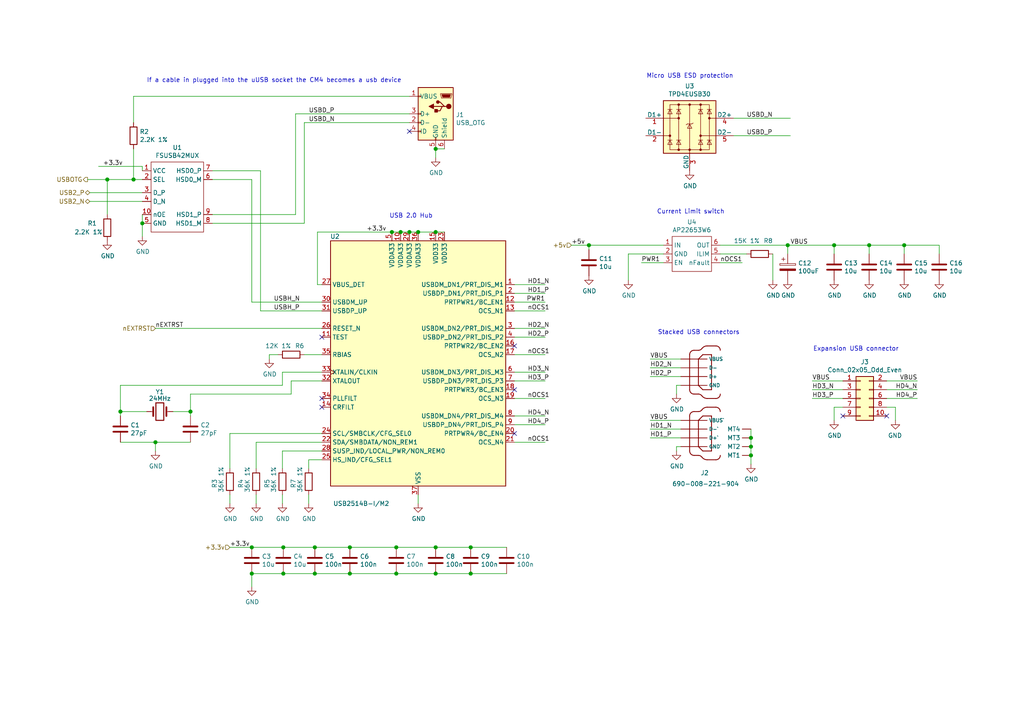
<source format=kicad_sch>
(kicad_sch (version 20231120) (generator "eeschema") (generator_version "8.0")
  (paper "A4")
  (title_block (title "CM4 Board Bare Minimum Requirements") (date "2024-10-25") (rev "0.1") (company "RapidAnalysis") (comment 1 "Author: Asad Imran"))
  (lib_symbols
    (symbol "CM4IO:AP2553W6"
      (property "Reference" "U" (at 3.81 -6.35 0))
      (property "Value" "AP2553W6" (at -3.81 -6.35 0))
      (symbol "AP2553W6_0_0"
        (pin power_in line (at -8.89 2.54 0) (length 2.54) (name "IN") (number "1"))
        (pin power_out line (at -8.89 0 0) (length 2.54) (name "GND") (number "2"))
        (pin input line (at -8.89 -2.54 0) (length 2.54) (name "EN") (number "3"))
        (pin open_collector line (at 7.62 -2.54 180) (length 2.54) (name "nFault") (number "4"))
        (pin passive line (at 7.62 0 180) (length 2.54) (name "ILIM") (number "5"))
        (pin power_out line (at 7.62 2.54 180) (length 2.54) (name "OUT") (number "6"))
      )
    )
    (symbol "CM4IO:FSUSB42MX"
      (property "Reference" "U" (at -7.62 20.32 0))
      (property "Value" "FSUSB42MX" (at -2.54 -2.54 0))
      (symbol "FSUSB42MX_0_0"
        (pin power_in line (at 8.89 16.51 180) (length 2.54) (name "VCC") (number "1"))
        (pin input line (at 8.89 3.81 180) (length 2.54) (name "nOE") (number "10"))
        (pin input line (at 8.89 13.97 180) (length 2.54) (name "SEL") (number "2"))
        (pin bidirectional line (at 8.89 10.16 180) (length 2.54) (name "D_P") (number "3"))
        (pin bidirectional line (at 8.89 7.62 180) (length 2.54) (name "D_N") (number "4"))
        (pin power_in line (at 8.89 1.27 180) (length 2.54) (name "GND") (number "5"))
        (pin bidirectional line (at -11.43 13.97 0) (length 2.54) (name "HSD0_M") (number "6"))
        (pin bidirectional line (at -11.43 16.51 0) (length 2.54) (name "HSD0_P") (number "7"))
        (pin bidirectional line (at -11.43 1.27 0) (length 2.54) (name "HSD1_M") (number "8"))
        (pin bidirectional line (at -11.43 3.81 0) (length 2.54) (name "HSD1_P") (number "9"))
      )
    )
    (symbol "CM4IO:TPD4EUSB30" (pin_names (offset 0))
      (property "Reference" "U" (at -0.635 8.89 0))
      (property "Value" "TPD4EUSB30" (at 8.89 -10.16 0))
      (symbol "TPD4EUSB30_1_1"
        (pin passive line (at -12.7 2.54 0) (length 5.08) (name "D1+") (number "1"))
        (pin passive line (at -12.7 2.54 0) (length 5.08) hide (name "~") (number "10"))
        (pin passive line (at -12.7 -2.54 0) (length 5.08) (name "D1-") (number "2"))
        (pin power_in line (at 0 -12.7 90) (length 5.08) (name "GND") (number "3"))
        (pin passive line (at 12.7 2.54 180) (length 5.08) (name "D2+") (number "4"))
        (pin passive line (at 12.7 -2.54 180) (length 5.08) (name "D2-") (number "5"))
        (pin passive line (at 12.7 -2.54 180) (length 5.08) hide (name "~") (number "6"))
        (pin passive line (at 12.7 2.54 180) (length 5.08) hide (name "~") (number "7"))
        (pin passive line (at 0 -12.7 90) (length 5.08) hide (name "GND") (number "8"))
        (pin passive line (at -12.7 -2.54 0) (length 5.08) hide (name "~") (number "9"))
      )
    )
    (symbol "CM4IO:USB_67298-4090" (pin_numbers hide)
      (property "Reference" "J" (at -5.08 21.6408 0))
      (property "Value" "USB_67298-4090" (at -5.08 -17.8054 0))
      (symbol "USB_67298-4090_0_0"
        (pin power_in line (at -7.62 -2.54 0) (length 7.62) (name "VBUS`") (number "1"))
        (pin passive line (at -7.62 -5.08 0) (length 7.62) (name "D-`") (number "2"))
        (pin passive line (at -7.62 -7.62 0) (length 7.62) (name "D+`") (number "3"))
        (pin power_in line (at -7.62 -10.16 0) (length 7.62) (name "GND`") (number "4"))
        (pin power_in line (at -7.62 15.24 0) (length 7.62) (name "VBUS") (number "5"))
        (pin passive line (at -7.62 12.7 0) (length 7.62) (name "D-") (number "6"))
        (pin passive line (at -7.62 10.16 0) (length 7.62) (name "D+") (number "7"))
        (pin power_in line (at -7.62 7.62 0) (length 7.62) (name "GND") (number "8"))
        (pin passive line (at 12.7 -12.7 180) (length 2.54) (name "MT1") (number "MT1"))
        (pin passive line (at 12.7 -10.16 180) (length 2.54) (name "MT2") (number "MT2"))
        (pin passive line (at 12.7 -7.62 180) (length 2.54) (name "MT3") (number "MT3"))
        (pin passive line (at 12.7 -5.08 180) (length 2.54) (name "MT4") (number "MT4"))
      )
    )
    (symbol "Connector:USB_OTG"
      (property "Reference" "J" (at -5.08 11.43 0))
      (property "Value" "USB_OTG" (at -5.08 8.89 0))
      (symbol "USB_OTG_1_1"
        (pin power_in line (at 7.62 5.08 180) (length 2.54) (name "VBUS") (number "1"))
        (pin passive line (at 7.62 -2.54 180) (length 2.54) (name "D-") (number "2"))
        (pin passive line (at 7.62 0 180) (length 2.54) (name "D+") (number "3"))
        (pin passive line (at 7.62 -5.08 180) (length 2.54) (name "ID") (number "4"))
        (pin power_in line (at 0 -10.16 90) (length 2.54) (name "GND") (number "5"))
        (pin passive line (at -2.54 -10.16 90) (length 2.54) (name "Shield") (number "6"))
      )
    )
    (symbol "Connector_Generic:Conn_02x05_Odd_Even" (pin_names hide)
      (property "Reference" "J" (at 1.27 7.62 0))
      (property "Value" "Conn_02x05_Odd_Even" (at 1.27 -7.62 0))
      (symbol "Conn_02x05_Odd_Even_1_1"
        (pin passive line (at -5.08 5.08 0) (length 3.81) (name "Pin_1") (number "1"))
        (pin passive line (at 7.62 -5.08 180) (length 3.81) (name "Pin_10") (number "10"))
        (pin passive line (at 7.62 5.08 180) (length 3.81) (name "Pin_2") (number "2"))
        (pin passive line (at -5.08 2.54 0) (length 3.81) (name "Pin_3") (number "3"))
        (pin passive line (at 7.62 2.54 180) (length 3.81) (name "Pin_4") (number "4"))
        (pin passive line (at -5.08 0 0) (length 3.81) (name "Pin_5") (number "5"))
        (pin passive line (at 7.62 0 180) (length 3.81) (name "Pin_6") (number "6"))
        (pin passive line (at -5.08 -2.54 0) (length 3.81) (name "Pin_7") (number "7"))
        (pin passive line (at 7.62 -2.54 180) (length 3.81) (name "Pin_8") (number "8"))
        (pin passive line (at -5.08 -5.08 0) (length 3.81) (name "Pin_9") (number "9"))
      )
    )
    (symbol "Device:C" (pin_numbers hide) (pin_names (offset 0.254))
      (property "Reference" "C" (at 0.635 2.54 0))
      (property "Value" "C" (at 0.635 -2.54 0))
      (symbol "C_1_1"
        (pin passive line (at 0 3.81 270) (length 2.794) (name "~") (number "1"))
        (pin passive line (at 0 -3.81 90) (length 2.794) (name "~") (number "2"))
      )
    )
    (symbol "Device:CP" (pin_numbers hide) (pin_names (offset 0.254))
      (property "Reference" "C" (at 0.635 2.54 0))
      (property "Value" "CP" (at 0.635 -2.54 0))
      (symbol "CP_1_1"
        (pin passive line (at 0 3.81 270) (length 2.794) (name "~") (number "1"))
        (pin passive line (at 0 -3.81 90) (length 2.794) (name "~") (number "2"))
      )
    )
    (symbol "Device:Crystal" (pin_numbers hide) (pin_names hide)
      (property "Reference" "Y" (at 0 3.81 0))
      (property "Value" "Crystal" (at 0 -3.81 0))
      (symbol "Crystal_1_1"
        (pin passive line (at -3.81 0 0) (length 1.27) (name "1") (number "1"))
        (pin passive line (at 3.81 0 180) (length 1.27) (name "2") (number "2"))
      )
    )
    (symbol "Device:R" (pin_numbers hide) (pin_names (offset 0))
      (property "Reference" "R" (at 2.032 0 90))
      (property "Value" "R" (at 0 0 90))
      (symbol "R_1_1"
        (pin passive line (at 0 3.81 270) (length 1.27) (name "~") (number "1"))
        (pin passive line (at 0 -3.81 90) (length 1.27) (name "~") (number "2"))
      )
    )
    (symbol "Interface_USB:USB2514B_Bi"
      (property "Reference" "U" (at -17.78 40.64 0))
      (property "Value" "USB2514B_Bi" (at -20.32 38.1 0))
      (symbol "USB2514B_Bi_1_1"
        (pin bidirectional line (at 27.94 22.86 180) (length 2.54) (name "USBDM_DN1/PRT_DIS_M1") (number "1"))
        (pin power_in line (at -5.08 38.1 270) (length 2.54) (name "VDDA33") (number "10"))
        (pin input line (at -27.94 7.62 0) (length 2.54) (name "TEST") (number "11"))
        (pin bidirectional line (at 27.94 17.78 180) (length 2.54) (name "PRTPWR1/BC_EN1") (number "12"))
        (pin input line (at 27.94 15.24 180) (length 2.54) (name "OCS_N1") (number "13"))
        (pin input line (at -27.94 -12.7 0) (length 2.54) (name "CRFILT") (number "14"))
        (pin power_in line (at 5.08 38.1 270) (length 2.54) (name "VDD33") (number "15"))
        (pin bidirectional line (at 27.94 5.08 180) (length 2.54) (name "PRTPWR2/BC_EN2") (number "16"))
        (pin input line (at 27.94 2.54 180) (length 2.54) (name "OCS_N2") (number "17"))
        (pin bidirectional line (at 27.94 -7.62 180) (length 2.54) (name "PRTPWR3/BC_EN3") (number "18"))
        (pin input line (at 27.94 -10.16 180) (length 2.54) (name "OCS_N3") (number "19"))
        (pin bidirectional line (at 27.94 20.32 180) (length 2.54) (name "USBDP_DN1/PRT_DIS_P1") (number "2"))
        (pin bidirectional line (at 27.94 -20.32 180) (length 2.54) (name "PRTPWR4/BC_EN4") (number "20"))
        (pin input line (at 27.94 -22.86 180) (length 2.54) (name "OCS_N4") (number "21"))
        (pin bidirectional line (at -27.94 -22.86 0) (length 2.54) (name "SDA/SMBDATA/NON_REM1") (number "22"))
        (pin power_in line (at 7.62 38.1 270) (length 2.54) (name "VDD33") (number "23"))
        (pin bidirectional line (at -27.94 -20.32 0) (length 2.54) (name "SCL/SMBCLK/CFG_SEL0") (number "24"))
        (pin bidirectional line (at -27.94 -27.94 0) (length 2.54) (name "HS_IND/CFG_SEL1") (number "25"))
        (pin input line (at -27.94 10.16 0) (length 2.54) (name "RESET_N") (number "26"))
        (pin input line (at -27.94 22.86 0) (length 2.54) (name "VBUS_DET") (number "27"))
        (pin bidirectional line (at -27.94 -25.4 0) (length 2.54) (name "SUSP_IND/LOCAL_PWR/NON_REM0") (number "28"))
        (pin power_in line (at -2.54 38.1 270) (length 2.54) (name "VDDA33") (number "29"))
        (pin bidirectional line (at 27.94 10.16 180) (length 2.54) (name "USBDM_DN2/PRT_DIS_M2") (number "3"))
        (pin bidirectional line (at -27.94 17.78 0) (length 2.54) (name "USBDM_UP") (number "30"))
        (pin bidirectional line (at -27.94 15.24 0) (length 2.54) (name "USBDP_UP") (number "31"))
        (pin output line (at -27.94 -5.08 0) (length 2.54) (name "XTALOUT") (number "32"))
        (pin input clock (at -27.94 -2.54 0) (length 2.54) (name "XTALIN/CLKIN") (number "33"))
        (pin input line (at -27.94 -10.16 0) (length 2.54) (name "PLLFILT") (number "34"))
        (pin input line (at -27.94 2.54 0) (length 2.54) (name "RBIAS") (number "35"))
        (pin power_in line (at 0 38.1 270) (length 2.54) (name "VDDA33") (number "36"))
        (pin power_in line (at 0 -38.1 90) (length 2.54) (name "VSS") (number "37"))
        (pin bidirectional line (at 27.94 7.62 180) (length 2.54) (name "USBDP_DN2/PRT_DIS_P2") (number "4"))
        (pin power_in line (at -7.62 38.1 270) (length 2.54) (name "VDDA33") (number "5"))
        (pin bidirectional line (at 27.94 -2.54 180) (length 2.54) (name "USBDM_DN3/PRT_DIS_M3") (number "6"))
        (pin bidirectional line (at 27.94 -5.08 180) (length 2.54) (name "USBDP_DN3/PRT_DIS_P3") (number "7"))
        (pin bidirectional line (at 27.94 -15.24 180) (length 2.54) (name "USBDM_DN4/PRT_DIS_M4") (number "8"))
        (pin bidirectional line (at 27.94 -17.78 180) (length 2.54) (name "USBDP_DN4/PRT_DIS_P4") (number "9"))
      )
    )
    (symbol "power:GND" (power) (pin_names (offset 0))
      (property "Value" "GND" (at 0 -3.81 0))
      (symbol "GND_1_1"
        (pin power_in line (at 0 0 270) (length 0) hide (name "GND") (number "1"))
      )
    )
  )
  (junction (at 41.275 64.77) (diameter 1.016))
  (junction (at 116.205 67.31) (diameter 1.016))
  (junction (at 136.525 158.75) (diameter 1.016))
  (junction (at 136.525 166.37) (diameter 1.016))
  (junction (at 91.313 166.37) (diameter 1.016))
  (junction (at 101.473 166.37) (diameter 1.016))
  (junction (at 217.805 129.54) (diameter 1.016))
  (junction (at 31.115 52.07) (diameter 1.016))
  (junction (at 73.025 158.75) (diameter 1.016))
  (junction (at 228.473 71.12) (diameter 1.016))
  (junction (at 126.365 166.37) (diameter 1.016))
  (junction (at 38.735 52.07) (diameter 1.016))
  (junction (at 114.935 166.37) (diameter 1.016))
  (junction (at 217.805 127) (diameter 1.016))
  (junction (at 241.935 71.12) (diameter 1.016))
  (junction (at 217.805 132.08) (diameter 1.016))
  (junction (at 252.095 71.12) (diameter 1.016))
  (junction (at 118.745 67.31) (diameter 1.016))
  (junction (at 73.025 166.37) (diameter 1.016))
  (junction (at 126.365 67.31) (diameter 1.016))
  (junction (at 170.815 71.12) (diameter 1.016))
  (junction (at 126.365 158.75) (diameter 1.016))
  (junction (at 82.169 166.37) (diameter 1.016))
  (junction (at 126.365 43.18) (diameter 1.016))
  (junction (at 55.245 119.38) (diameter 1.016))
  (junction (at 262.255 71.12) (diameter 1.016))
  (junction (at 34.925 119.38) (diameter 1.016))
  (junction (at 121.285 67.31) (diameter 1.016))
  (junction (at 113.665 67.31) (diameter 1.016))
  (junction (at 91.313 158.75) (diameter 1.016))
  (junction (at 82.169 158.75) (diameter 1.016))
  (junction (at 101.473 158.75) (diameter 1.016))
  (junction (at 114.935 158.75) (diameter 1.016))
  (junction (at 45.085 128.27) (diameter 1.016))
  (no_connect (at 93.345 97.79))
  (no_connect (at 149.225 125.73))
  (no_connect (at 257.175 120.65))
  (no_connect (at 149.225 113.03))
  (no_connect (at 93.345 115.57))
  (no_connect (at 93.345 118.11))
  (no_connect (at 118.745 38.1))
  (no_connect (at 149.225 100.33))
  (no_connect (at 244.475 120.65))
  (wire (pts (xy 93.345 110.49) (xy 84.455 110.49)))
  (wire (pts (xy 84.455 114.3) (xy 55.245 114.3)))
  (wire (pts (xy 61.595 52.07) (xy 73.025 52.07)))
  (wire (pts (xy 55.245 114.3) (xy 55.245 119.38)))
  (wire (pts (xy 26.035 55.88) (xy 41.275 55.88)))
  (wire (pts (xy 126.365 45.72) (xy 126.365 43.18)))
  (wire (pts (xy 252.095 71.12) (xy 252.095 73.66)))
  (wire (pts (xy 149.225 87.63) (xy 158.115 87.63)))
  (wire (pts (xy 82.169 166.37) (xy 91.313 166.37)))
  (wire (pts (xy 241.935 118.11) (xy 241.935 121.92)))
  (wire (pts (xy 136.525 166.37) (xy 146.939 166.37)))
  (wire (pts (xy 170.815 72.39) (xy 170.815 71.12)))
  (wire (pts (xy 66.675 135.89) (xy 66.675 125.73)))
  (wire (pts (xy 149.225 97.79) (xy 158.115 97.79)))
  (wire (pts (xy 208.915 76.2) (xy 215.265 76.2)))
  (wire (pts (xy 235.585 113.03) (xy 244.475 113.03)))
  (wire (pts (xy 25.4 52.07) (xy 31.115 52.07)))
  (wire (pts (xy 81.915 130.81) (xy 93.345 130.81)))
  (wire (pts (xy 136.525 158.75) (xy 146.939 158.75)))
  (wire (pts (xy 82.169 158.75) (xy 91.313 158.75)))
  (wire (pts (xy 272.415 73.66) (xy 272.415 71.12)))
  (wire (pts (xy 170.815 71.12) (xy 192.405 71.12)))
  (wire (pts (xy 186.055 76.2) (xy 192.405 76.2)))
  (wire (pts (xy 149.225 95.25) (xy 158.115 95.25)))
  (wire (pts (xy 26.035 58.42) (xy 41.275 58.42)))
  (wire (pts (xy 266.065 115.57) (xy 257.175 115.57)))
  (wire (pts (xy 149.225 115.57) (xy 158.115 115.57)))
  (wire (pts (xy 73.025 166.37) (xy 82.169 166.37)))
  (wire (pts (xy 126.365 166.37) (xy 136.525 166.37)))
  (wire (pts (xy 74.295 135.89) (xy 74.295 128.27)))
  (wire (pts (xy 149.225 102.87) (xy 158.115 102.87)))
  (wire (pts (xy 228.473 71.12) (xy 228.473 73.66)))
  (wire (pts (xy 121.285 143.51) (xy 121.285 146.05)))
  (wire (pts (xy 45.085 95.25) (xy 93.345 95.25)))
  (wire (pts (xy 34.925 128.27) (xy 45.085 128.27)))
  (wire (pts (xy 55.245 119.38) (xy 55.245 120.65)))
  (wire (pts (xy 262.255 71.12) (xy 272.415 71.12)))
  (wire (pts (xy 34.925 111.76) (xy 34.925 119.38)))
  (wire (pts (xy 81.915 107.95) (xy 93.345 107.95)))
  (wire (pts (xy 149.225 107.95) (xy 158.115 107.95)))
  (wire (pts (xy 45.085 128.27) (xy 45.085 130.81)))
  (wire (pts (xy 262.255 71.12) (xy 262.255 73.66)))
  (wire (pts (xy 75.565 90.17) (xy 93.345 90.17)))
  (wire (pts (xy 188.595 121.92) (xy 197.485 121.92)))
  (wire (pts (xy 85.725 33.02) (xy 118.745 33.02)))
  (wire (pts (xy 101.473 158.75) (xy 114.935 158.75)))
  (wire (pts (xy 197.485 111.76) (xy 196.215 111.76)))
  (wire (pts (xy 89.535 133.35) (xy 93.345 133.35)))
  (wire (pts (xy 121.285 67.31) (xy 126.365 67.31)))
  (wire (pts (xy 81.915 111.76) (xy 34.925 111.76)))
  (wire (pts (xy 38.735 43.18) (xy 38.735 52.07)))
  (wire (pts (xy 89.535 135.89) (xy 89.535 133.35)))
  (wire (pts (xy 113.665 67.31) (xy 116.205 67.31)))
  (wire (pts (xy 208.915 71.12) (xy 228.473 71.12)))
  (wire (pts (xy 228.473 71.12) (xy 241.935 71.12)))
  (wire (pts (xy 212.725 39.37) (xy 229.235 39.37)))
  (wire (pts (xy 188.595 109.22) (xy 197.485 109.22)))
  (wire (pts (xy 196.215 129.54) (xy 196.215 130.81)))
  (wire (pts (xy 149.225 85.09) (xy 158.115 85.09)))
  (wire (pts (xy 81.915 135.89) (xy 81.915 130.81)))
  (wire (pts (xy 73.025 52.07) (xy 73.025 87.63)))
  (wire (pts (xy 88.265 102.87) (xy 93.345 102.87)))
  (wire (pts (xy 91.313 166.37) (xy 101.473 166.37)))
  (wire (pts (xy 149.225 90.17) (xy 158.115 90.17)))
  (wire (pts (xy 149.225 120.65) (xy 158.115 120.65)))
  (wire (pts (xy 81.915 107.95) (xy 81.915 111.76)))
  (wire (pts (xy 212.725 34.29) (xy 229.235 34.29)))
  (wire (pts (xy 241.935 71.12) (xy 252.095 71.12)))
  (wire (pts (xy 61.595 64.77) (xy 88.265 64.77)))
  (wire (pts (xy 188.595 106.68) (xy 197.485 106.68)))
  (wire (pts (xy 66.675 143.51) (xy 66.675 146.05)))
  (wire (pts (xy 197.485 129.54) (xy 196.215 129.54)))
  (wire (pts (xy 75.565 49.53) (xy 75.565 90.17)))
  (wire (pts (xy 28.575 48.26) (xy 41.275 48.26)))
  (wire (pts (xy 114.935 166.37) (xy 126.365 166.37)))
  (wire (pts (xy 149.225 123.19) (xy 158.115 123.19)))
  (wire (pts (xy 89.535 143.51) (xy 89.535 146.05)))
  (wire (pts (xy 88.265 64.77) (xy 88.265 35.56)))
  (wire (pts (xy 241.935 118.11) (xy 244.475 118.11)))
  (wire (pts (xy 41.275 49.53) (xy 41.275 48.26)))
  (wire (pts (xy 66.675 125.73) (xy 93.345 125.73)))
  (wire (pts (xy 188.595 104.14) (xy 197.485 104.14)))
  (wire (pts (xy 217.805 124.46) (xy 217.805 127)))
  (wire (pts (xy 126.365 67.31) (xy 128.905 67.31)))
  (wire (pts (xy 61.595 62.23) (xy 85.725 62.23)))
  (wire (pts (xy 73.025 158.75) (xy 82.169 158.75)))
  (wire (pts (xy 34.925 120.65) (xy 34.925 119.38)))
  (wire (pts (xy 149.225 110.49) (xy 158.115 110.49)))
  (wire (pts (xy 91.313 158.75) (xy 101.473 158.75)))
  (wire (pts (xy 252.095 71.12) (xy 262.255 71.12)))
  (wire (pts (xy 41.275 52.07) (xy 38.735 52.07)))
  (wire (pts (xy 41.275 64.77) (xy 41.275 68.58)))
  (wire (pts (xy 88.265 35.56) (xy 118.745 35.56)))
  (wire (pts (xy 66.675 158.75) (xy 73.025 158.75)))
  (wire (pts (xy 126.365 43.18) (xy 128.905 43.18)))
  (wire (pts (xy 61.595 49.53) (xy 75.565 49.53)))
  (wire (pts (xy 38.735 35.56) (xy 38.735 27.94)))
  (wire (pts (xy 235.585 115.57) (xy 244.475 115.57)))
  (wire (pts (xy 45.085 128.27) (xy 55.245 128.27)))
  (wire (pts (xy 188.595 127) (xy 197.485 127)))
  (wire (pts (xy 259.715 118.11) (xy 259.715 121.92)))
  (wire (pts (xy 149.225 128.27) (xy 158.115 128.27)))
  (wire (pts (xy 101.473 166.37) (xy 114.935 166.37)))
  (wire (pts (xy 93.345 82.55) (xy 92.075 82.55)))
  (wire (pts (xy 41.275 62.23) (xy 41.275 64.77)))
  (wire (pts (xy 114.935 158.75) (xy 126.365 158.75)))
  (wire (pts (xy 93.345 87.63) (xy 73.025 87.63)))
  (wire (pts (xy 85.725 62.23) (xy 85.725 33.02)))
  (wire (pts (xy 38.735 27.94) (xy 118.745 27.94)))
  (wire (pts (xy 241.935 73.66) (xy 241.935 71.12)))
  (wire (pts (xy 217.805 132.08) (xy 217.805 134.62)))
  (wire (pts (xy 31.115 52.07) (xy 31.115 62.23)))
  (wire (pts (xy 217.805 127) (xy 217.805 129.54)))
  (wire (pts (xy 196.215 111.76) (xy 196.215 114.3)))
  (wire (pts (xy 192.405 73.66) (xy 182.245 73.66)))
  (wire (pts (xy 78.105 102.87) (xy 78.105 104.14)))
  (wire (pts (xy 165.735 71.12) (xy 170.815 71.12)))
  (wire (pts (xy 92.075 82.55) (xy 92.075 67.31)))
  (wire (pts (xy 126.365 158.75) (xy 136.525 158.75)))
  (wire (pts (xy 74.295 128.27) (xy 93.345 128.27)))
  (wire (pts (xy 84.455 110.49) (xy 84.455 114.3)))
  (wire (pts (xy 266.065 110.49) (xy 257.175 110.49)))
  (wire (pts (xy 188.595 124.46) (xy 197.485 124.46)))
  (wire (pts (xy 149.225 82.55) (xy 158.115 82.55)))
  (wire (pts (xy 116.205 67.31) (xy 118.745 67.31)))
  (wire (pts (xy 266.065 113.03) (xy 257.175 113.03)))
  (wire (pts (xy 257.175 118.11) (xy 259.715 118.11)))
  (wire (pts (xy 208.915 73.66) (xy 216.535 73.66)))
  (wire (pts (xy 182.245 73.66) (xy 182.245 81.28)))
  (wire (pts (xy 34.925 119.38) (xy 42.545 119.38)))
  (wire (pts (xy 80.645 102.87) (xy 78.105 102.87)))
  (wire (pts (xy 92.075 67.31) (xy 113.665 67.31)))
  (wire (pts (xy 81.915 143.51) (xy 81.915 146.05)))
  (wire (pts (xy 224.155 73.66) (xy 224.155 81.28)))
  (wire (pts (xy 235.585 110.49) (xy 244.475 110.49)))
  (wire (pts (xy 50.165 119.38) (xy 55.245 119.38)))
  (wire (pts (xy 74.295 143.51) (xy 74.295 146.05)))
  (wire (pts (xy 73.025 170.18) (xy 73.025 166.37)))
  (wire (pts (xy 38.735 52.07) (xy 31.115 52.07)))
  (wire (pts (xy 217.805 129.54) (xy 217.805 132.08)))
  (wire (pts (xy 118.745 67.31) (xy 121.285 67.31)))
  (text "Stacked USB connectors" (at 214.5538 97.2312 0) (effects (font (size 1.27 1.27)) (justify right bottom)))
  (text "Expansion USB connector" (at 260.7056 102.0318 0) (effects (font (size 1.27 1.27)) (justify right bottom)))
  (text "Current Limit switch" (at 210.185 62.23 0) (effects (font (size 1.27 1.27)) (justify right bottom)))
  (text "If a cable in plugged into the uUSB socket the CM4 becomes a usb device" (at 42.545 24.13 0) (effects (font (size 1.27 1.27)) (justify left bottom)))
  (text "USB 2.0 Hub" (at 125.5268 63.4492 0) (effects (font (size 1.27 1.27)) (justify right bottom)))
  (text "Micro USB ESD protection" (at 212.725 22.86 0) (effects (font (size 1.27 1.27)) (justify right bottom)))
  (label "VBUS" (at 188.595 104.14 0))
  (label "HD2_N" (at 188.595 106.68 0))
  (label "USBD_P" (at 89.535 33.02 0))
  (label "HD4_N" (at 153.035 120.65 0))
  (label "HD2_P" (at 188.595 109.22 0))
  (label "HD1_P" (at 188.595 127 0))
  (label "VBUS" (at 188.595 121.92 0))
  (label "USBD_P" (at 216.535 39.37 0))
  (label "nOCS1" (at 208.915 76.2 0))
  (label "HD3_P" (at 153.035 110.49 0))
  (label "+3.3v" (at 106.299 67.31 0))
  (label "HD1_N" (at 188.595 124.46 0))
  (label "USBH_P" (at 79.375 90.17 0))
  (label "HD3_N" (at 153.035 107.95 0))
  (label "PWR1" (at 186.055 76.2 0))
  (label "USBD_N" (at 89.535 35.56 0))
  (label "VBUS" (at 229.235 71.12 0))
  (label "HD3_P" (at 235.585 115.57 0))
  (label "+3.3v" (at 29.845 48.26 0))
  (label "nOCS1" (at 153.035 90.17 0))
  (label "HD2_N" (at 153.035 95.25 0))
  (label "nOCS1" (at 153.035 128.27 0))
  (label "nOCS1" (at 153.035 115.57 0))
  (label "nOCS1" (at 153.035 102.87 0))
  (label "HD2_P" (at 153.035 97.79 0))
  (label "+5v" (at 165.735 71.12 0))
  (label "+3.3v" (at 66.675 158.75 0))
  (label "nEXTRST" (at 45.085 95.25 0))
  (label "HD1_P" (at 153.035 85.09 0))
  (label "HD3_N" (at 235.585 113.03 0))
  (label "HD4_P" (at 153.035 123.19 0))
  (label "VBUS" (at 235.585 110.49 0))
  (label "PWR1" (at 158.115 87.63 180))
  (label "HD1_N" (at 153.035 82.55 0))
  (label "USBD_N" (at 216.535 34.29 0))
  (label "VBUS" (at 266.065 110.49 180))
  (label "USBH_N" (at 79.375 87.63 0))
  (label "HD4_P" (at 266.065 115.57 180))
  (label "HD4_N" (at 266.065 113.03 180))
  (hierarchical_label "+3.3v" (shape input) (at 66.675 158.75 180))
  (hierarchical_label "+5v" (shape input) (at 165.735 71.12 180))
  (hierarchical_label "nEXTRST" (shape input) (at 45.085 95.25 180))
  (hierarchical_label "USB2_N" (shape bidirectional) (at 26.035 58.42 180))
  (hierarchical_label "USBOTG" (shape output) (at 25.4 52.07 180))
  (hierarchical_label "USB2_P" (shape bidirectional) (at 26.035 55.88 180))
  (symbol (lib_id "power:GND") (at 41.275 68.58 0) (unit 1)
    (property "Reference" "#PWR02" (effects (hide yes)))
    (property "Value" "GND" (at 41.402 72.9742 0))
  )
  (symbol (lib_id "power:GND") (at 81.915 146.05 0) (unit 1)
    (property "Reference" "#PWR08" (effects (hide yes)))
    (property "Value" "GND" (at 82.042 150.4442 0))
  )
  (symbol (lib_id "Device:C") (at 136.525 162.56 0) (unit 1)
    (property "Reference" "C9" (at 139.446 161.3916 0) (effects (justify left)))
    (property "Value" "100n" (at 139.446 163.703 0) (effects (justify left)))
    (property "Footprint" "Capacitor_SMD:C_0402_1005Metric" (effects (hide yes)))
    (property "Datasheet" "https://search.murata.co.jp/Ceramy/image/img/A01X/G101/ENG/GRM155R71C104KA88-01.pdf" (effects (hide yes)))
    (property "Field4" "Farnell" (effects (hide yes)))
    (property "Field5" "2611911" (effects (hide yes)))
    (property "Field6" "RM EMK105 B7104KV-F" (effects (hide yes)))
    (property "Field7" "TAIYO YUDEN EUROPE GMBH" (effects (hide yes)))
    (property "Part Description" "	0.1uF 10% 16V Ceramic Capacitor X7R 0402 (1005 Metric)" (effects (hide yes)))
    (property "Field8" "110091611" (effects (hide yes)))
  )
  (symbol (lib_id "power:GND") (at 170.815 80.01 0) (unit 1)
    (property "Reference" "#PWR012" (effects (hide yes)))
    (property "Value" "GND" (at 170.942 84.4042 0))
  )
  (symbol (lib_id "power:GND") (at 196.215 130.81 0) (unit 1)
    (property "Reference" "#PWR015" (effects (hide yes)))
    (property "Value" "GND" (at 196.342 135.2042 0))
  )
  (symbol (lib_id "power:GND") (at 182.245 81.28 0) (unit 1)
    (property "Reference" "#PWR013" (effects (hide yes)))
    (property "Value" "GND" (at 182.372 85.6742 0))
  )
  (symbol (lib_id "Device:C") (at 34.925 124.46 0) (unit 1)
    (property "Reference" "C1" (at 37.846 123.2916 0) (effects (justify left)))
    (property "Value" "27pF" (at 37.846 125.603 0) (effects (justify left)))
    (property "Footprint" "Capacitor_SMD:C_0402_1005Metric" (effects (hide yes)))
    (property "Datasheet" "https://search.murata.co.jp/Ceramy/image/img/A01X/G101/ENG/GJM1555C1H270JB01-01.pdf" (effects (hide yes)))
    (property "Field8" "UCAP00738 " (effects (hide yes)))
    (property "Field5" "490-17672-1-ND" (effects (hide yes)))
    (property "Field6" "GJM1555C1H270JB01D" (effects (hide yes)))
    (property "Field7" "Murata" (effects (hide yes)))
    (property "Part Description" "	27pF 5% 50V Ceramic Capacitor C0G, NP0 0402 (1005 Metric)" (effects (hide yes)))
    (property "Field4" "Digikey" (effects (hide yes)))
  )
  (symbol (lib_id "Device:C") (at 73.025 162.56 0) (unit 1)
    (property "Reference" "C3" (at 75.946 161.3916 0) (effects (justify left)))
    (property "Value" "10u" (at 75.946 163.703 0) (effects (justify left)))
    (property "Footprint" "Capacitor_SMD:C_0805_2012Metric" (effects (hide yes)))
    (property "Datasheet" "https://search.murata.co.jp/Ceramy/image/img/A01X/G101/ENG/GRM21BR71A106KA73-01.pdf" (effects (hide yes)))
    (property "Field5" "490-14381-1-ND" (effects (hide yes)))
    (property "Field4" "Digikey" (effects (hide yes)))
    (property "Field6" "GRM21BR71A106KA73L" (effects (hide yes)))
    (property "Field7" "Murata" (effects (hide yes)))
    (property "Part Description" "	10uF 10% 10V Ceramic Capacitor X7R 0805 (2012 Metric)" (effects (hide yes)))
    (property "Field8" "111893011" (effects (hide yes)))
  )
  (symbol (lib_id "Device:R") (at 81.915 139.7 0) (unit 1)
    (property "Reference" "R5" (at 77.47 141.605 90) (effects (justify left)))
    (property "Value" "36K 1%" (at 79.375 142.875 90) (effects (justify left)))
    (property "Footprint" "Resistor_SMD:R_0402_1005Metric" (effects (hide yes)))
    (property "Datasheet" "https://fscdn.rohm.com/en/products/databook/datasheet/passive/resistor/chip_resistor/mcr-e.pdf" (effects (hide yes)))
    (property "Field4" "Farnell" (effects (hide yes)))
    (property "Field5" "1458788" (effects (hide yes)))
    (property "Field7" "Rohm" (effects (hide yes)))
    (property "Field6" "MCR01MZPF3602" (effects (hide yes)))
    (property "Part Description" "Resistor 36K M1005 1% 63mW" (effects (hide yes)))
  )
  (symbol (lib_id "Device:C") (at 91.313 162.56 0) (unit 1)
    (property "Reference" "C5" (at 94.234 161.3916 0) (effects (justify left)))
    (property "Value" "100n" (at 94.234 163.703 0) (effects (justify left)))
    (property "Footprint" "Capacitor_SMD:C_0402_1005Metric" (effects (hide yes)))
    (property "Datasheet" "https://search.murata.co.jp/Ceramy/image/img/A01X/G101/ENG/GRM155R71C104KA88-01.pdf" (effects (hide yes)))
    (property "Field4" "Farnell" (effects (hide yes)))
    (property "Field5" "2611911" (effects (hide yes)))
    (property "Field6" "RM EMK105 B7104KV-F" (effects (hide yes)))
    (property "Field7" "TAIYO YUDEN EUROPE GMBH" (effects (hide yes)))
    (property "Part Description" "	0.1uF 10% 16V Ceramic Capacitor X7R 0402 (1005 Metric)" (effects (hide yes)))
    (property "Field8" "110091611" (effects (hide yes)))
  )
  (symbol (lib_id "power:GND") (at 252.095 81.28 0) (unit 1)
    (property "Reference" "#PWR022" (effects (hide yes)))
    (property "Value" "GND" (at 252.222 85.6742 0))
  )
  (symbol (lib_id "Interface_USB:USB2514B_Bi") (at 121.285 105.41 0) (unit 1)
    (property "Reference" "U2" (at 97.155 68.58 0))
    (property "Value" "USB2514B-I/M2" (at 104.775 146.05 0))
    (property "Footprint" "Package_DFN_QFN:QFN-36-1EP_6x6mm_P0.5mm_EP3.7x3.7mm" (effects (hide yes)))
    (property "Datasheet" "http://ww1.microchip.com/downloads/en/DeviceDoc/00001692C.pdf" (effects (hide yes)))
    (property "Field4" "Farnell" (effects (hide yes)))
    (property "Field5" "2775060" (effects (hide yes)))
    (property "Field6" "USB2514B-I/M2" (effects (hide yes)))
    (property "Field7" "Microchip" (effects (hide yes)))
    (property "Part Description" "	USB Hub Controller USB Interface 36-SQFN (6x6)" (effects (hide yes)))
    (property "Field8" "UICC00931" (effects (hide yes)))
  )
  (symbol (lib_id "power:GND") (at 217.805 134.62 0) (unit 1)
    (property "Reference" "#PWR017" (effects (hide yes)))
    (property "Value" "GND" (at 217.932 139.0142 0))
  )
  (symbol (lib_id "Connector:USB_OTG") (at 126.365 33.02 0) (mirror y) (unit 1)
    (property "Reference" "J1" (at 132.207 33.2994 0) (effects (justify right)))
    (property "Value" "USB_OTG" (at 132.207 35.6108 0) (effects (justify right)))
    (property "Footprint" "CM4IO:USB_Micro-B_EDAC_UCON00686" (effects (hide yes)))
    (property "Datasheet" "https://cdn.amphenol-icc.com/media/wysiwyg/files/documentation/datasheet/inputoutput/io_usb_micro.pd" (effects (hide yes)))
    (property "Field4" "Digikey" (effects (hide yes)))
    (property "Field5" "609-4050-2-ND" (effects (hide yes)))
    (property "Field6" "690-005-298-486" (effects (hide yes)))
    (property "Field7" "EDAC" (effects (hide yes)))
    (property "Part Description" "USB - micro B USB 2.0 Receptacle Connector 5 Position Surface Mount, Right Angle; Through Hole" (effects (hide yes)))
    (property "Field8" "UCON00686" (effects (hide yes)))
  )
  (symbol (lib_id "Device:C") (at 272.415 77.47 0) (unit 1)
    (property "Reference" "C16" (at 275.336 76.3016 0) (effects (justify left)))
    (property "Value" "10u" (at 275.336 78.613 0) (effects (justify left)))
    (property "Footprint" "Capacitor_SMD:C_0805_2012Metric" (effects (hide yes)))
    (property "Datasheet" "https://search.murata.co.jp/Ceramy/image/img/A01X/G101/ENG/GRM21BR71A106KA73-01.pdf" (effects (hide yes)))
    (property "Field5" "490-14381-1-ND" (effects (hide yes)))
    (property "Field4" "Digikey" (effects (hide yes)))
    (property "Field6" "GRM21BR71A106KA73L" (effects (hide yes)))
    (property "Field7" "Murata" (effects (hide yes)))
    (property "Part Description" "	10uF 10% 10V Ceramic Capacitor X7R 0805 (2012 Metric)" (effects (hide yes)))
    (property "Field8" "111893011" (effects (hide yes)))
  )
  (symbol (lib_id "power:GND") (at 200.025 49.53 0) (unit 1)
    (property "Reference" "#PWR016" (effects (hide yes)))
    (property "Value" "GND" (at 200.152 53.9242 0))
  )
  (symbol (lib_id "Device:C") (at 126.365 162.56 0) (unit 1)
    (property "Reference" "C8" (at 129.286 161.3916 0) (effects (justify left)))
    (property "Value" "100n" (at 129.286 163.703 0) (effects (justify left)))
    (property "Footprint" "Capacitor_SMD:C_0402_1005Metric" (effects (hide yes)))
    (property "Datasheet" "https://search.murata.co.jp/Ceramy/image/img/A01X/G101/ENG/GRM155R71C104KA88-01.pdf" (effects (hide yes)))
    (property "Field4" "Farnell" (effects (hide yes)))
    (property "Field5" "2611911" (effects (hide yes)))
    (property "Field6" "RM EMK105 B7104KV-F" (effects (hide yes)))
    (property "Field7" "TAIYO YUDEN EUROPE GMBH" (effects (hide yes)))
    (property "Part Description" "	0.1uF 10% 16V Ceramic Capacitor X7R 0402 (1005 Metric)" (effects (hide yes)))
    (property "Field8" "110091611" (effects (hide yes)))
  )
  (symbol (lib_id "Device:C") (at 114.935 162.56 0) (unit 1)
    (property "Reference" "C7" (at 117.856 161.3916 0) (effects (justify left)))
    (property "Value" "100n" (at 117.856 163.703 0) (effects (justify left)))
    (property "Footprint" "Capacitor_SMD:C_0402_1005Metric" (effects (hide yes)))
    (property "Datasheet" "https://search.murata.co.jp/Ceramy/image/img/A01X/G101/ENG/GRM155R71C104KA88-01.pdf" (effects (hide yes)))
    (property "Field4" "Farnell" (effects (hide yes)))
    (property "Field5" "2611911" (effects (hide yes)))
    (property "Field6" "RM EMK105 B7104KV-F" (effects (hide yes)))
    (property "Field7" "TAIYO YUDEN EUROPE GMBH" (effects (hide yes)))
    (property "Part Description" "	0.1uF 10% 16V Ceramic Capacitor X7R 0402 (1005 Metric)" (effects (hide yes)))
    (property "Field8" "110091611" (effects (hide yes)))
  )
  (symbol (lib_id "Device:C") (at 101.473 162.56 0) (unit 1)
    (property "Reference" "C6" (at 104.394 161.3916 0) (effects (justify left)))
    (property "Value" "100n" (at 104.394 163.703 0) (effects (justify left)))
    (property "Footprint" "Capacitor_SMD:C_0402_1005Metric" (effects (hide yes)))
    (property "Datasheet" "https://search.murata.co.jp/Ceramy/image/img/A01X/G101/ENG/GRM155R71C104KA88-01.pdf" (effects (hide yes)))
    (property "Field4" "Farnell" (effects (hide yes)))
    (property "Field5" "2611911" (effects (hide yes)))
    (property "Field6" "RM EMK105 B7104KV-F" (effects (hide yes)))
    (property "Field7" "TAIYO YUDEN EUROPE GMBH" (effects (hide yes)))
    (property "Part Description" "	0.1uF 10% 16V Ceramic Capacitor X7R 0402 (1005 Metric)" (effects (hide yes)))
    (property "Field8" "110091611" (effects (hide yes)))
  )
  (symbol (lib_id "Connector_Generic:Conn_02x05_Odd_Even") (at 249.555 115.57 0) (unit 1)
    (property "Reference" "J3" (at 250.825 104.9782 0))
    (property "Value" "Conn_02x05_Odd_Even" (at 250.825 107.2896 0))
    (property "Footprint" "Connector_PinHeader_2.54mm:PinHeader_2x05_P2.54mm_Vertical" (effects (hide yes)))
    (property "Datasheet" "https://www.toby.co.uk/uploads/publications/1673.pdf" (effects (hide yes)))
    (property "Field4" "Toby" (effects (hide yes)))
    (property "Field5" "THD-05-R" (effects (hide yes)))
    (property "Field6" "THD-05-R" (effects (hide yes)))
    (property "Field7" "Toby" (effects (hide yes)))
    (property "Part Description" "PinHeader_2x05_P2.54mm_Vertical" (effects (hide yes)))
  )
  (symbol (lib_id "power:GND") (at 228.473 81.28 0) (unit 1)
    (property "Reference" "#PWR019" (effects (hide yes)))
    (property "Value" "GND" (at 228.6 85.6742 0))
  )
  (symbol (lib_id "power:GND") (at 241.935 121.92 0) (unit 1)
    (property "Reference" "#PWR021" (effects (hide yes)))
    (property "Value" "GND" (at 242.062 126.3142 0))
  )
  (symbol (lib_id "Device:C") (at 262.255 77.47 0) (unit 1)
    (property "Reference" "C15" (at 265.176 76.3016 0) (effects (justify left)))
    (property "Value" "10u" (at 265.176 78.613 0) (effects (justify left)))
    (property "Footprint" "Capacitor_SMD:C_0805_2012Metric" (effects (hide yes)))
    (property "Datasheet" "https://search.murata.co.jp/Ceramy/image/img/A01X/G101/ENG/GRM21BR71A106KA73-01.pdf" (effects (hide yes)))
    (property "Field5" "490-14381-1-ND" (effects (hide yes)))
    (property "Field4" "Digikey" (effects (hide yes)))
    (property "Field6" "GRM21BR71A106KA73L" (effects (hide yes)))
    (property "Field7" "Murata" (effects (hide yes)))
    (property "Part Description" "	10uF 10% 10V Ceramic Capacitor X7R 0805 (2012 Metric)" (effects (hide yes)))
    (property "Field8" "111893011" (effects (hide yes)))
  )
  (symbol (lib_id "Device:R") (at 220.345 73.66 90) (unit 1)
    (property "Reference" "R8" (at 224.155 69.85 90) (effects (justify left)))
    (property "Value" "15K 1%" (at 220.345 69.85 90) (effects (justify left)))
    (property "Footprint" "Resistor_SMD:R_0402_1005Metric" (effects (hide yes)))
    (property "Datasheet" "https://fscdn.rohm.com/en/products/databook/datasheet/passive/resistor/chip_resistor/mcr-e.pdf" (effects (hide yes)))
    (property "Field4" "Farnell" (effects (hide yes)))
    (property "Field5" "9239375" (effects (hide yes)))
    (property "Field6" "MCR01MZPF1502" (effects (hide yes)))
    (property "Field7" "Rohm" (effects (hide yes)))
    (property "Part Description" "Resistor 15K M1005 1% 63mW" (effects (hide yes)))
    (property "Field8" "120891581" (effects (hide yes)))
  )
  (symbol (lib_id "power:GND") (at 126.365 45.72 0) (unit 1)
    (property "Reference" "#PWR011" (effects (hide yes)))
    (property "Value" "GND" (at 126.492 50.1142 0))
  )
  (symbol (lib_id "Device:C") (at 146.939 162.56 0) (unit 1)
    (property "Reference" "C10" (at 149.86 161.3916 0) (effects (justify left)))
    (property "Value" "100n" (at 149.86 163.703 0) (effects (justify left)))
    (property "Footprint" "Capacitor_SMD:C_0402_1005Metric" (effects (hide yes)))
    (property "Datasheet" "https://search.murata.co.jp/Ceramy/image/img/A01X/G101/ENG/GRM155R71C104KA88-01.pdf" (effects (hide yes)))
    (property "Field4" "Farnell" (effects (hide yes)))
    (property "Field5" "2611911" (effects (hide yes)))
    (property "Field6" "RM EMK105 B7104KV-F" (effects (hide yes)))
    (property "Field7" "TAIYO YUDEN EUROPE GMBH" (effects (hide yes)))
    (property "Part Description" "	0.1uF 10% 16V Ceramic Capacitor X7R 0402 (1005 Metric)" (effects (hide yes)))
    (property "Field8" "110091611" (effects (hide yes)))
  )
  (symbol (lib_id "Device:Crystal") (at 46.355 119.38 0) (unit 1)
    (property "Reference" "Y1" (at 46.355 113.665 0))
    (property "Value" "24MHz" (at 46.355 115.57 0))
    (property "Footprint" "Crystal:Crystal_SMD_HC49-SD" (effects (hide yes)))
    (property "Field4" "Farnell" (effects (hide yes)))
    (property "Field5" "2508493" (effects (hide yes)))
    (property "Field7" "AEL" (effects (hide yes)))
    (property "Field6" "X24M000000S128" (effects (hide yes)))
    (property "Part Description" "24MHz Crystal 18pf 30ppm 30ppm" (effects (hide yes)))
  )
  (symbol (lib_id "Device:R") (at 89.535 139.7 0) (unit 1)
    (property "Reference" "R7" (at 85.09 141.605 90) (effects (justify left)))
    (property "Value" "36K 1%" (at 86.995 142.875 90) (effects (justify left)))
    (property "Footprint" "Resistor_SMD:R_0402_1005Metric" (effects (hide yes)))
    (property "Datasheet" "https://fscdn.rohm.com/en/products/databook/datasheet/passive/resistor/chip_resistor/mcr-e.pdf" (effects (hide yes)))
    (property "Field4" "Farnell" (effects (hide yes)))
    (property "Field5" "1458788" (effects (hide yes)))
    (property "Field7" "Rohm" (effects (hide yes)))
    (property "Field6" "MCR01MZPF3602" (effects (hide yes)))
    (property "Part Description" "Resistor 36K M1005 1% 63mW" (effects (hide yes)))
  )
  (symbol (lib_id "Device:R") (at 31.115 66.04 0) (unit 1)
    (property "Reference" "R1" (at 25.4 64.77 0) (effects (justify left)))
    (property "Value" "2.2K 1%" (at 21.59 67.31 0) (effects (justify left)))
    (property "Footprint" "Resistor_SMD:R_0402_1005Metric" (effects (hide yes)))
    (property "Datasheet" "https://fscdn.rohm.com/en/products/databook/datasheet/passive/resistor/chip_resistor/mcr-e.pdf" (effects (hide yes)))
    (property "Field4" "Farnell" (effects (hide yes)))
    (property "Field5" "9239278" (effects (hide yes)))
    (property "Field7" "KOA EUROPE GMBH" (effects (hide yes)))
    (property "Field6" "RK73G1ETQTP2201D         " (effects (hide yes)))
    (property "Part Description" "Resistor 2.2K M1005 1% 63mW" (effects (hide yes)))
    (property "Field8" "120889581" (effects (hide yes)))
  )
  (symbol (lib_id "Device:C") (at 55.245 124.46 0) (unit 1)
    (property "Reference" "C2" (at 58.166 123.2916 0) (effects (justify left)))
    (property "Value" "27pF" (at 58.166 125.603 0) (effects (justify left)))
    (property "Footprint" "Capacitor_SMD:C_0402_1005Metric" (effects (hide yes)))
    (property "Datasheet" "https://search.murata.co.jp/Ceramy/image/img/A01X/G101/ENG/GJM1555C1H270JB01-01.pdf" (effects (hide yes)))
    (property "Field8" "UCAP00738 " (effects (hide yes)))
    (property "Field5" "490-17672-1-ND" (effects (hide yes)))
    (property "Field6" "GJM1555C1H270JB01D" (effects (hide yes)))
    (property "Field7" "Murata" (effects (hide yes)))
    (property "Part Description" "	27pF 5% 50V Ceramic Capacitor C0G, NP0 0402 (1005 Metric)" (effects (hide yes)))
    (property "Field4" "Digikey" (effects (hide yes)))
  )
  (symbol (lib_id "Device:CP") (at 228.473 77.47 0) (unit 1)
    (property "Reference" "C12" (at 231.4702 76.327 0) (effects (justify left)))
    (property "Value" "100uF" (at 231.4702 78.613 0) (effects (justify left)))
    (property "Footprint" "Capacitor_Tantalum_SMD:CP_EIA-7343-31_Kemet-D" (effects (hide yes)))
    (property "Field4" "Mouser" (effects (hide yes)))
    (property "Field5" "667-EEF-CX0J101R" (effects (hide yes)))
    (property "Part Description" "Capacitor, SP-Cap, 100u, 6.3V, 15mR ESR" (effects (hide yes)))
  )
  (symbol (lib_id "power:GND") (at 45.085 130.81 0) (unit 1)
    (property "Reference" "#PWR03" (effects (hide yes)))
    (property "Value" "GND" (at 45.212 135.2042 0))
  )
  (symbol (lib_id "power:GND") (at 74.295 146.05 0) (unit 1)
    (property "Reference" "#PWR06" (effects (hide yes)))
    (property "Value" "GND" (at 74.422 150.4442 0))
  )
  (symbol (lib_id "power:GND") (at 73.025 170.18 0) (unit 1)
    (property "Reference" "#PWR05" (effects (hide yes)))
    (property "Value" "GND" (at 73.152 174.5742 0))
  )
  (symbol (lib_id "Device:R") (at 66.675 139.7 0) (unit 1)
    (property "Reference" "R3" (at 62.23 141.605 90) (effects (justify left)))
    (property "Value" "36K 1%" (at 64.135 142.875 90) (effects (justify left)))
    (property "Footprint" "Resistor_SMD:R_0402_1005Metric" (effects (hide yes)))
    (property "Datasheet" "https://fscdn.rohm.com/en/products/databook/datasheet/passive/resistor/chip_resistor/mcr-e.pdf" (effects (hide yes)))
    (property "Field4" "Farnell" (effects (hide yes)))
    (property "Field5" "1458788" (effects (hide yes)))
    (property "Field7" "Rohm" (effects (hide yes)))
    (property "Field6" "MCR01MZPF3602" (effects (hide yes)))
    (property "Part Description" "Resistor 36K M1005 1% 63mW" (effects (hide yes)))
  )
  (symbol (lib_id "power:GND") (at 224.155 81.28 0) (unit 1)
    (property "Reference" "#PWR018" (effects (hide yes)))
    (property "Value" "GND" (at 224.282 85.6742 0))
  )
  (symbol (lib_id "power:GND") (at 259.715 121.92 0) (mirror y) (unit 1)
    (property "Reference" "#PWR023" (effects (hide yes)))
    (property "Value" "GND" (at 259.588 126.3142 0))
  )
  (symbol (lib_id "power:GND") (at 78.105 104.14 0) (unit 1)
    (property "Reference" "#PWR07" (effects (hide yes)))
    (property "Value" "GND" (at 78.232 108.5342 0))
  )
  (symbol (lib_id "Device:R") (at 84.455 102.87 90) (unit 1)
    (property "Reference" "R6" (at 88.265 100.33 90) (effects (justify left)))
    (property "Value" "12K 1%" (at 84.455 100.33 90) (effects (justify left)))
    (property "Footprint" "Resistor_SMD:R_0402_1005Metric" (effects (hide yes)))
    (property "Datasheet" "https://fscdn.rohm.com/en/products/databook/datasheet/passive/resistor/chip_resistor/mcr-e.pdf" (effects (hide yes)))
    (property "Field4" "Farnell" (effects (hide yes)))
    (property "Field5" "9239367" (effects (hide yes)))
    (property "Field7" "Rohm" (effects (hide yes)))
    (property "Field6" "MCR01MZPF1202" (effects (hide yes)))
    (property "Part Description" "Resistor 12K M1005 1% 63mW" (effects (hide yes)))
  )
  (symbol (lib_id "CM4IO:AP2553W6") (at 201.295 73.66 0) (unit 1)
    (property "Reference" "U4" (at 200.66 64.389 0))
    (property "Value" "AP22653W6" (at 200.66 66.7004 0))
    (property "Footprint" "Package_TO_SOT_SMD:SOT-23-6" (effects (hide yes)))
    (property "Datasheet" "https://www.diodes.com/assets/Datasheets/AP255x.pdf" (effects (hide yes)))
    (property "Field4" "Digikey" (effects (hide yes)))
    (property "Field5" "	31-AP22653W6-7CT-ND" (effects (hide yes)))
    (property "Field6" "AP22653W6" (effects (hide yes)))
    (property "Field7" "Diodes" (effects (hide yes)))
    (property "Part Description" "	Power Switch/Driver 1:1 P-Channel 2.1A SOT-23-6" (effects (hide yes)))
  )
  (symbol (lib_id "CM4IO:USB_67298-4090") (at 205.105 119.38 0) (unit 1)
    (property "Reference" "J2" (at 203.2 137.16 0) (effects (justify left)))
    (property "Value" "690-008-221-904" (at 194.945 140.335 0) (effects (justify left)))
    (property "Footprint" "CM4IO:MOLEX_USB_67298-4090" (effects (hide yes)))
    (property "Datasheet" "https://www.molex.com/pdm_docs/sd/672984090_sd.pdf" (effects (hide yes)))
    (property "Field4" "Farnell" (effects (hide yes)))
    (property "Field5" "	2751688" (effects (hide yes)))
    (property "Field6" "690-008-221-904" (effects (hide yes)))
    (property "Field7" "EDAC" (effects (hide yes)))
    (property "Field8" "UCON00727" (effects (hide yes)))
    (property "Part Description" "USB-A (USB TYPE-A), Stacked Receptacle Connector 8 Position Through Hole, Right Angle" (effects (hide yes)))
  )
  (symbol (lib_id "CM4IO:TPD4EUSB30") (at 200.025 36.83 0) (unit 1)
    (property "Reference" "U3" (at 200.025 24.9682 0))
    (property "Value" "TPD4EUSB30" (at 200.025 27.2796 0))
    (property "Footprint" "Package_SON:USON-10_2.5x1.0mm_P0.5mm" (effects (hide yes)))
    (property "Datasheet" "http://www.ti.com/lit/ds/symlink/tpd2eusb30a.pdf" (effects (hide yes)))
    (property "Field4" "Farnell" (effects (hide yes)))
    (property "Field5" "2335455" (effects (hide yes)))
    (property "Field6" "CDDFN10-3324P-13" (effects (hide yes)))
    (property "Field7" "Bourns" (effects (hide yes)))
    (property "Field8" "UDIO00346" (effects (hide yes)))
    (property "Part Description" "Quad TVS diode for high speed signals (USB3, GigE etc.)" (effects (hide yes)))
  )
  (symbol (lib_id "power:GND") (at 272.415 81.28 0) (unit 1)
    (property "Reference" "#PWR025" (effects (hide yes)))
    (property "Value" "GND" (at 272.542 85.6742 0))
  )
  (symbol (lib_id "CM4IO:FSUSB42MX") (at 50.165 66.04 0) (mirror y) (unit 1)
    (property "Reference" "U1" (at 51.435 42.799 0))
    (property "Value" "FSUSB42MUX" (at 51.435 45.1104 0))
    (property "Footprint" "Package_SO:MSOP-10_3x3mm_P0.5mm" (effects (hide yes)))
    (property "Datasheet" "https://www.onsemi.com/pub/Collateral/FSUSB42-D.PDF" (effects (hide yes)))
    (property "Field4" "Farnell" (effects (hide yes)))
    (property "Field5" "2564479" (effects (hide yes)))
    (property "Field6" "FSUSB42MUX" (effects (hide yes)))
    (property "Field7" "Onsemi" (effects (hide yes)))
    (property "Part Description" "USB Switch IC 1 Channel 10-MSOP" (effects (hide yes)))
  )
  (symbol (lib_id "Device:C") (at 82.169 162.56 0) (unit 1)
    (property "Reference" "C4" (at 85.09 161.3916 0) (effects (justify left)))
    (property "Value" "10u" (at 85.09 163.703 0) (effects (justify left)))
    (property "Footprint" "Capacitor_SMD:C_0805_2012Metric" (effects (hide yes)))
    (property "Datasheet" "https://search.murata.co.jp/Ceramy/image/img/A01X/G101/ENG/GRM21BR71A106KA73-01.pdf" (effects (hide yes)))
    (property "Field5" "490-14381-1-ND" (effects (hide yes)))
    (property "Field4" "Digikey" (effects (hide yes)))
    (property "Field6" "GRM21BR71A106KA73L" (effects (hide yes)))
    (property "Field7" "Murata" (effects (hide yes)))
    (property "Part Description" "	10uF 10% 10V Ceramic Capacitor X7R 0805 (2012 Metric)" (effects (hide yes)))
    (property "Field8" "111893011" (effects (hide yes)))
  )
  (symbol (lib_id "Device:C") (at 241.935 77.47 0) (unit 1)
    (property "Reference" "C13" (at 244.856 76.3016 0) (effects (justify left)))
    (property "Value" "10u" (at 244.856 78.613 0) (effects (justify left)))
    (property "Footprint" "Capacitor_SMD:C_0805_2012Metric" (effects (hide yes)))
    (property "Datasheet" "https://search.murata.co.jp/Ceramy/image/img/A01X/G101/ENG/GRM21BR71A106KA73-01.pdf" (effects (hide yes)))
    (property "Field5" "490-14381-1-ND" (effects (hide yes)))
    (property "Field4" "Digikey" (effects (hide yes)))
    (property "Field6" "GRM21BR71A106KA73L" (effects (hide yes)))
    (property "Field7" "Murata" (effects (hide yes)))
    (property "Part Description" "	10uF 10% 10V Ceramic Capacitor X7R 0805 (2012 Metric)" (effects (hide yes)))
    (property "Field8" "111893011" (effects (hide yes)))
  )
  (symbol (lib_id "power:GND") (at 89.535 146.05 0) (unit 1)
    (property "Reference" "#PWR09" (effects (hide yes)))
    (property "Value" "GND" (at 89.662 150.4442 0))
  )
  (symbol (lib_id "Device:R") (at 38.735 39.37 0) (unit 1)
    (property "Reference" "R2" (at 40.513 38.2016 0) (effects (justify left)))
    (property "Value" "2.2K 1%" (at 40.513 40.513 0) (effects (justify left)))
    (property "Footprint" "Resistor_SMD:R_0402_1005Metric" (effects (hide yes)))
    (property "Datasheet" "https://fscdn.rohm.com/en/products/databook/datasheet/passive/resistor/chip_resistor/mcr-e.pdf" (effects (hide yes)))
    (property "Field4" "Farnell" (effects (hide yes)))
    (property "Field5" "9239278" (effects (hide yes)))
    (property "Field7" "KOA EUROPE GMBH" (effects (hide yes)))
    (property "Field6" "RK73G1ETQTP2201D         " (effects (hide yes)))
    (property "Part Description" "Resistor 2.2K M1005 1% 63mW" (effects (hide yes)))
    (property "Field8" "120889581" (effects (hide yes)))
  )
  (symbol (lib_id "power:GND") (at 121.285 146.05 0) (unit 1)
    (property "Reference" "#PWR010" (effects (hide yes)))
    (property "Value" "GND" (at 121.412 150.4442 0))
  )
  (symbol (lib_id "power:GND") (at 196.215 114.3 0) (unit 1)
    (property "Reference" "#PWR014" (effects (hide yes)))
    (property "Value" "GND" (at 196.342 118.6942 0))
  )
  (symbol (lib_id "power:GND") (at 66.675 146.05 0) (unit 1)
    (property "Reference" "#PWR04" (effects (hide yes)))
    (property "Value" "GND" (at 66.802 150.4442 0))
  )
  (symbol (lib_id "power:GND") (at 241.935 81.28 0) (unit 1)
    (property "Reference" "#PWR020" (effects (hide yes)))
    (property "Value" "GND" (at 242.062 85.6742 0))
  )
  (symbol (lib_id "Device:C") (at 252.095 77.47 0) (unit 1)
    (property "Reference" "C14" (at 255.016 76.3016 0) (effects (justify left)))
    (property "Value" "10u" (at 255.016 78.613 0) (effects (justify left)))
    (property "Footprint" "Capacitor_SMD:C_0805_2012Metric" (effects (hide yes)))
    (property "Datasheet" "https://search.murata.co.jp/Ceramy/image/img/A01X/G101/ENG/GRM21BR71A106KA73-01.pdf" (effects (hide yes)))
    (property "Field5" "490-14381-1-ND" (effects (hide yes)))
    (property "Field4" "Digikey" (effects (hide yes)))
    (property "Field6" "GRM21BR71A106KA73L" (effects (hide yes)))
    (property "Field7" "Murata" (effects (hide yes)))
    (property "Part Description" "	10uF 10% 10V Ceramic Capacitor X7R 0805 (2012 Metric)" (effects (hide yes)))
    (property "Field8" "111893011" (effects (hide yes)))
  )
  (symbol (lib_id "Device:R") (at 74.295 139.7 0) (unit 1)
    (property "Reference" "R4" (at 69.85 141.605 90) (effects (justify left)))
    (property "Value" "36K 1%" (at 71.755 142.875 90) (effects (justify left)))
    (property "Footprint" "Resistor_SMD:R_0402_1005Metric" (effects (hide yes)))
    (property "Datasheet" "https://fscdn.rohm.com/en/products/databook/datasheet/passive/resistor/chip_resistor/mcr-e.pdf" (effects (hide yes)))
    (property "Field4" "Farnell" (effects (hide yes)))
    (property "Field5" "1458788" (effects (hide yes)))
    (property "Field7" "Rohm" (effects (hide yes)))
    (property "Field6" "MCR01MZPF3602" (effects (hide yes)))
    (property "Part Description" "Resistor 36K M1005 1% 63mW" (effects (hide yes)))
  )
  (symbol (lib_id "power:GND") (at 262.255 81.28 0) (unit 1)
    (property "Reference" "#PWR024" (effects (hide yes)))
    (property "Value" "GND" (at 262.382 85.6742 0))
  )
  (symbol (lib_id "power:GND") (at 31.115 69.85 0) (unit 1)
    (property "Reference" "#PWR01" (effects (hide yes)))
    (property "Value" "GND" (at 31.242 74.2442 0))
  )
  (symbol (lib_id "Device:C") (at 170.815 76.2 0) (unit 1)
    (property "Reference" "C11" (at 173.736 75.0316 0) (effects (justify left)))
    (property "Value" "10u" (at 173.736 77.343 0) (effects (justify left)))
    (property "Footprint" "Capacitor_SMD:C_0805_2012Metric" (effects (hide yes)))
    (property "Datasheet" "https://search.murata.co.jp/Ceramy/image/img/A01X/G101/ENG/GRM21BR71A106KA73-01.pdf" (effects (hide yes)))
    (property "Field5" "490-14381-1-ND" (effects (hide yes)))
    (property "Field4" "Digikey" (effects (hide yes)))
    (property "Field6" "GRM21BR71A106KA73L" (effects (hide yes)))
    (property "Field7" "Murata" (effects (hide yes)))
    (property "Part Description" "	10uF 10% 10V Ceramic Capacitor X7R 0805 (2012 Metric)" (effects (hide yes)))
    (property "Field8" "111893011" (effects (hide yes)))
  )
)
</source>
